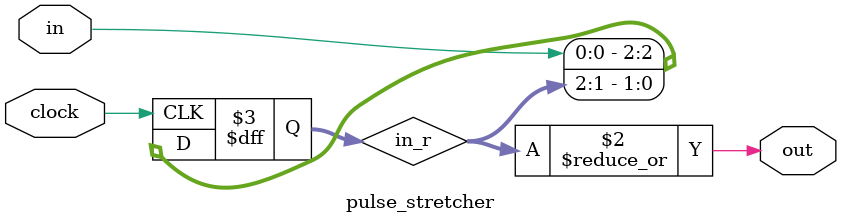
<source format=v>


module
  pulse_stretcher
  #(
    parameter SIZE = 3
  ) 
  (
    input       in,
    output      out,
    input       clock
  );
  
  // --------------------------------------------------------------------
  //
  reg [SIZE-1:0] in_r;
  
  always @(posedge clock)
    in_r <= {in, in_r[SIZE-1:1]};
    

  // --------------------------------------------------------------------
  //
  assign out = |in_r;
  
  
endmodule


</source>
